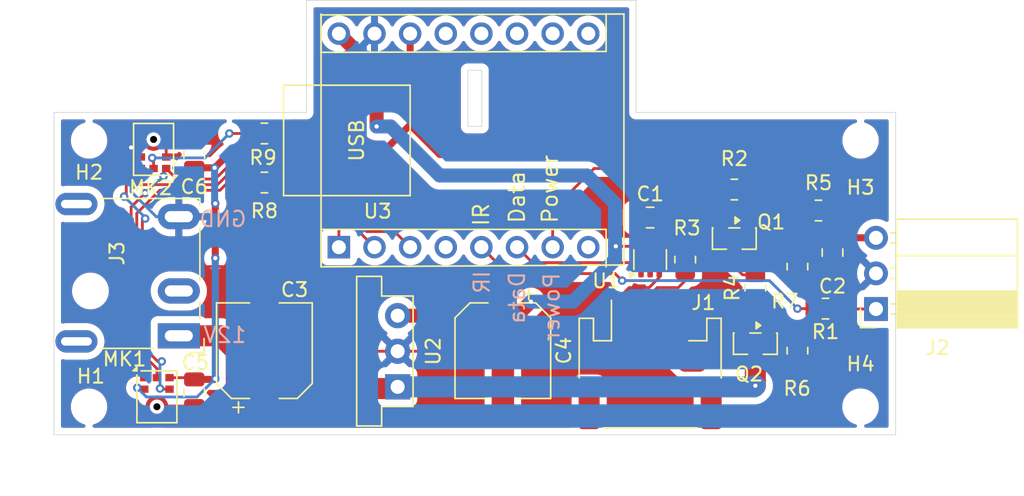
<source format=kicad_pcb>
(kicad_pcb
	(version 20241229)
	(generator "pcbnew")
	(generator_version "9.0")
	(general
		(thickness 1.6)
		(legacy_teardrops no)
	)
	(paper "A4")
	(layers
		(0 "F.Cu" signal)
		(2 "B.Cu" signal)
		(9 "F.Adhes" user "F.Adhesive")
		(11 "B.Adhes" user "B.Adhesive")
		(13 "F.Paste" user)
		(15 "B.Paste" user)
		(5 "F.SilkS" user "F.Silkscreen")
		(7 "B.SilkS" user "B.Silkscreen")
		(1 "F.Mask" user)
		(3 "B.Mask" user)
		(17 "Dwgs.User" user "User.Drawings")
		(19 "Cmts.User" user "User.Comments")
		(21 "Eco1.User" user "User.Eco1")
		(23 "Eco2.User" user "User.Eco2")
		(25 "Edge.Cuts" user)
		(27 "Margin" user)
		(31 "F.CrtYd" user "F.Courtyard")
		(29 "B.CrtYd" user "B.Courtyard")
		(35 "F.Fab" user)
		(33 "B.Fab" user)
		(39 "User.1" user)
		(41 "User.2" user)
		(43 "User.3" user)
		(45 "User.4" user)
	)
	(setup
		(pad_to_mask_clearance 0)
		(allow_soldermask_bridges_in_footprints no)
		(tenting front back)
		(pcbplotparams
			(layerselection 0x00000000_00000000_55555555_5755f5ff)
			(plot_on_all_layers_selection 0x00000000_00000000_00000000_00000000)
			(disableapertmacros no)
			(usegerberextensions no)
			(usegerberattributes yes)
			(usegerberadvancedattributes yes)
			(creategerberjobfile yes)
			(dashed_line_dash_ratio 12.000000)
			(dashed_line_gap_ratio 3.000000)
			(svgprecision 4)
			(plotframeref no)
			(mode 1)
			(useauxorigin no)
			(hpglpennumber 1)
			(hpglpenspeed 20)
			(hpglpendiameter 15.000000)
			(pdf_front_fp_property_popups yes)
			(pdf_back_fp_property_popups yes)
			(pdf_metadata yes)
			(pdf_single_document no)
			(dxfpolygonmode yes)
			(dxfimperialunits yes)
			(dxfusepcbnewfont yes)
			(psnegative no)
			(psa4output no)
			(plot_black_and_white yes)
			(sketchpadsonfab no)
			(plotpadnumbers no)
			(hidednponfab no)
			(sketchdnponfab yes)
			(crossoutdnponfab yes)
			(subtractmaskfromsilk no)
			(outputformat 1)
			(mirror no)
			(drillshape 1)
			(scaleselection 1)
			(outputdirectory "")
		)
	)
	(net 0 "")
	(net 1 "+5V")
	(net 2 "GND")
	(net 3 "Net-(J2-Pin_3)")
	(net 4 "+12V")
	(net 5 "+3.3V")
	(net 6 "DATA")
	(net 7 "12V_Switched")
	(net 8 "Net-(J2-Pin_1)")
	(net 9 "MIC_WS")
	(net 10 "Net-(MK1-SD)")
	(net 11 "MIC_SCK")
	(net 12 "Net-(MK2-SD)")
	(net 13 "LED_POWER")
	(net 14 "Net-(Q1-D)")
	(net 15 "Net-(Q2-G)")
	(net 16 "IR")
	(net 17 "Net-(R3-Pad2)")
	(net 18 "MIC_SD")
	(net 19 "LED_DATA")
	(net 20 "unconnected-(U1-Pad1)")
	(net 21 "unconnected-(U3-GPIO1-Pad1)")
	(net 22 "unconnected-(U3-GPIO8-Pad8)")
	(net 23 "unconnected-(U3-GPIO0-Pad0)")
	(net 24 "unconnected-(U3-GPIO21-Pad21)")
	(net 25 "unconnected-(U3-GPIO2-Pad2)")
	(net 26 "unconnected-(U3-GPIO3-Pad3)")
	(net 27 "unconnected-(U3-GPIO4-Pad4)")
	(footprint "Capacitor_SMD:C_0805_2012Metric" (layer "F.Cu") (at 142.5 34.5))
	(footprint "Connector_BarrelJack:BarrelJack_CUI_PJ-079BH_Horizontal" (layer "F.Cu") (at 108.9 42.9375 -90))
	(footprint "MountingHole:MountingHole_2.1mm" (layer "F.Cu") (at 102.5 48))
	(footprint "Converter_DCDC:Converter_DCDC_Murata_OKI-78SR_Vertical" (layer "F.Cu") (at 124.5 46.58 90))
	(footprint "Resistor_SMD:R_0805_2012Metric" (layer "F.Cu") (at 145 37.5 90))
	(footprint "Capacitor_SMD:C_0805_2012Metric" (layer "F.Cu") (at 110 30 90))
	(footprint "Package_TO_SOT_SMD:SOT-23" (layer "F.Cu") (at 148.5 36 -90))
	(footprint "Resistor_SMD:R_0805_2012Metric" (layer "F.Cu") (at 153 44 -90))
	(footprint "Sensor_Audio:InvenSense_ICS-43434-6_3.5x2.65mm" (layer "F.Cu") (at 107.3375 47.29))
	(footprint "Connector_JST:JST_PH_S3B-PH-SM4-TB_1x03-1MP_P2.00mm_Horizontal" (layer "F.Cu") (at 142.5 45))
	(footprint "Resistor_SMD:R_0805_2012Metric" (layer "F.Cu") (at 154.5 34 180))
	(footprint "Capacitor_SMD:CP_Elec_6.3x7.7" (layer "F.Cu") (at 115 44 90))
	(footprint "Resistor_SMD:R_0805_2012Metric" (layer "F.Cu") (at 153 38 90))
	(footprint "Resistor_SMD:R_0805_2012Metric" (layer "F.Cu") (at 115 28.5))
	(footprint "MountingHole:MountingHole_2.1mm" (layer "F.Cu") (at 102.5 29))
	(footprint "MountingHole:MountingHole_2.1mm" (layer "F.Cu") (at 157.5 48))
	(footprint "Package_TO_SOT_SMD:SOT-23" (layer "F.Cu") (at 150 43.5 -90))
	(footprint "Package_TO_SOT_SMD:SOT-353_SC-70-5" (layer "F.Cu") (at 142.5 37.5 90))
	(footprint "Capacitor_SMD:C_0805_2012Metric" (layer "F.Cu") (at 155.5 37 -90))
	(footprint "Resistor_SMD:R_0805_2012Metric" (layer "F.Cu") (at 148.5 32.5 180))
	(footprint "Capacitor_SMD:C_0805_2012Metric" (layer "F.Cu") (at 110 47 -90))
	(footprint "Resistor_SMD:R_0805_2012Metric" (layer "F.Cu") (at 115 32))
	(footprint "Resistor_SMD:R_0805_2012Metric" (layer "F.Cu") (at 155 41 180))
	(footprint "Capacitor_SMD:CP_Elec_6.3x5.4" (layer "F.Cu") (at 132 44 -90))
	(footprint "Resistor_SMD:R_0805_2012Metric" (layer "F.Cu") (at 150 39.5 90))
	(footprint "Connector_PinSocket_2.54mm:PinSocket_1x03_P2.54mm_Horizontal" (layer "F.Cu") (at 158.6 41.025 180))
	(footprint "Sensor_Audio:InvenSense_ICS-43434-6_3.5x2.65mm" (layer "F.Cu") (at 107.1 29.636 180))
	(footprint "ESP32-C3-SuperMini:ESP32_C3_Super_Mini" (layer "F.Cu") (at 120.31 36.615 90))
	(footprint "MountingHole:MountingHole_2.1mm" (layer "F.Cu") (at 157.5 29))
	(gr_line
		(start 129.5 28)
		(end 130.5 28)
		(stroke
			(width 0.05)
			(type default)
		)
		(layer "Edge.Cuts")
		(uuid "05ef78e6-04ae-44b4-a8a8-eb79d4c0e907")
	)
	(gr_line
		(start 129.5 28)
		(end 129.5 24)
		(stroke
			(width 0.05)
			(type default)
		)
		(layer "Edge.Cuts")
		(uuid "2457412d-2184-4006-88ff-61e1564ac069")
	)
	(gr_line
		(start 118 19)
		(end 141.5 19)
		(stroke
			(width 0.05)
			(type default)
		)
		(layer "Edge.Cuts")
		(uuid "2e69e76a-01cd-48a4-be53-75da5d02078d")
	)
	(gr_line
		(start 130.5 24)
		(end 129.5 24)
		(stroke
			(width 0.05)
			(type default)
		)
		(layer "Edge.Cuts")
		(uuid "342fae6f-e9ea-457a-9336-92d474e8f172")
	)
	(gr_line
		(start 160 27)
		(end 141.5 27)
		(stroke
			(width 0.05)
			(type default)
		)
		(layer "Edge.Cuts")
		(uuid "3bac50cc-cfdd-4b95-8e2b-9d6dce351330")
	)
	(gr_line
		(start 118 27)
		(end 118 19)
		(stroke
			(width 0.05)
			(type default)
		)
		(layer "Edge.Cuts")
		(uuid "64a67b31-e01f-4094-be34-e8e82c19e421")
	)
	(gr_line
		(start 100 50)
		(end 160 50)
		(stroke
			(width 0.05)
			(type default)
		)
		(layer "Edge.Cuts")
		(uuid "72fd05a0-8a3e-4ec3-bfc1-f13644cf9169")
	)
	(gr_line
		(start 130.5 28)
		(end 130.5 24)
		(stroke
			(width 0.05)
			(type default)
		)
		(layer "Edge.Cuts")
		(uuid "78ac70b2-806e-461b-b9c8-e92bed9f11de")
	)
	(gr_line
		(start 100 27)
		(end 118 27)
		(stroke
			(width 0.05)
			(type default)
		)
		(layer "Edge.Cuts")
		(uuid "ba16d200-3bdf-409e-aab7-c379c55b2c7e")
	)
	(gr_line
		(start 141.5 19)
		(end 141.5 27)
		(stroke
			(width 0.05)
			(type default)
		)
		(layer "Edge.Cuts")
		(uuid "c5f70d92-6e8b-490f-ad87-fed9d509e742")
	)
	(gr_line
		(start 100 27)
		(end 100 50)
		(stroke
			(width 0.05)
			(type default)
		)
		(layer "Edge.Cuts")
		(uuid "dc7f8b42-f4d2-48d4-9686-f855410b0772")
	)
	(gr_line
		(start 160 50)
		(end 160 27)
		(stroke
			(width 0.05)
			(type default)
		)
		(layer "Edge.Cuts")
		(uuid "e52ff787-e48a-46ef-9227-99ccdc892db9")
	)
	(gr_text "IR"
		(at 131.1 35.2 90)
		(layer "F.SilkS")
		(uuid "58f88f42-2700-4058-8dee-62e1a466c680")
		(effects
			(font
				(size 1.1 1.1)
				(thickness 0.15)
			)
			(justify left bottom)
		)
	)
	(gr_text "Data"
		(at 133.65 35 90)
		(layer "F.SilkS")
		(uuid "b355e603-acdf-4d34-9bef-c41f5b105d64")
		(effects
			(font
				(size 1.1 1.1)
				(thickness 0.15)
			)
			(justify left bottom)
		)
	)
	(gr_text "Power"
		(at 136 35 90)
		(layer "F.SilkS")
		(uuid "f8408a1d-38c5-4d33-b57a-8165811f0a8a")
		(effects
			(font
				(size 1.1 1.1)
				(thickness 0.15)
			)
			(justify left bottom)
		)
	)
	(gr_text "Power"
		(at 136.125 38.35 90)
		(layer "B.SilkS")
		(uuid "0e4d0068-9272-4df4-a97c-38ec8b1e511a")
		(effects
			(font
				(size 1.1 1.1)
				(thickness 0.15)
			)
			(justify left bottom mirror)
		)
	)
	(gr_text "GND"
		(at 113.825 35.25 0)
		(layer "B.SilkS")
		(uuid "2bde7891-a869-4148-a8bb-311f29042743")
		(effects
			(font
				(size 1.1 1.1)
				(thickness 0.15)
			)
			(justify left bottom mirror)
		)
	)
	(gr_text "IR"
		(at 131.15 38.2 90)
		(layer "B.SilkS")
		(uuid "4e538daf-5bbd-4346-a376-03149fa6e005")
		(effects
			(font
				(size 1.1 1.1)
				(thickness 0.15)
			)
			(justify left bottom mirror)
		)
	)
	(gr_text "12V"
		(at 113.8 43.525 -0)
		(layer "B.SilkS")
		(uuid "791bf097-3739-44dc-b85c-d440edd98632")
		(effects
			(font
				(size 1.1 1.1)
				(thickness 0.15)
			)
			(justify left bottom mirror)
		)
	)
	(gr_text "Data"
		(at 133.65 38.275 90)
		(layer "B.SilkS")
		(uuid "e832d5d3-19e9-4965-b995-82f2f8bbc165")
		(effects
			(font
				(size 1.1 1.1)
				(thickness 0.15)
			)
			(justify left bottom mirror)
		)
	)
	(segment
		(start 141.55 35.35)
		(end 141.55 34.5)
		(width 0.2)
		(layer "F.Cu")
		(net 1)
		(uuid "294956b7-f15c-48c6-9778-8281aa38ad55")
	)
	(segment
		(start 127.3 41.2)
		(end 127 41.5)
		(width 1)
		(layer "F.Cu")
		(net 1)
		(uuid "321dbd85-5777-4514-86bc-367fec3678df")
	)
	(segment
		(start 141.85 36.55)
		(end 140.05 36.55)
		(width 0.2)
		(layer "F.Cu")
		(net 1)
		(uuid "3453a086-e8b1-40ad-8ff2-a750cb8346c8")
	)
	(segment
		(start 132 41.2)
		(end 127.3 41.2)
		(width 1)
		(layer "F.Cu")
		(net 1)
		(uuid "35bedd75-6b29-4af4-8c6a-bacd7687befa")
	)
	(segment
		(start 140.05 36.55)
		(end 140 36.5)
		(width 0.2)
		(layer "F.Cu")
		(net 1)
		(uuid "369ddbbe-405e-47e6-a3d8-3513e2e7af21")
	)
	(segment
		(start 127 41.5)
		(end 124.5 41.5)
		(width 1)
		(layer "F.Cu")
		(net 1)
		(uuid "3aff8e2c-1d46-4722-b61a-ed65fd3bb492")
	)
	(segment
		(start 133.3 41.2)
		(end 134 40.5)
		(width 1)
		(layer "F.Cu")
		(net 1)
		(uuid "80353118-9122-4067-bdfc-f9ddcf1b70da")
	)
	(segment
		(start 132 41.2)
		(end 133.3 41.2)
		(width 1)
		(layer "F.Cu")
		(net 1)
		(uuid "8d11f6d0-fbcd-4d56-bb5d-932cc21fbbb3")
	)
	(segment
		(start 123 28)
		(end 123 24.065)
		(width 1)
		(layer "F.Cu")
		(net 1)
		(uuid "af1d827e-dda5-43de-adb9-7cee39d825f1")
	)
	(segment
		(start 141.85 35.65)
		(end 141.55 35.35)
		(width 0.2)
		(layer "F.Cu")
		(net 1)
		(uuid "c169b084-49d5-427a-8ce2-8b13b5b033b0")
	)
	(segment
		(start 123 24.065)
		(end 120.31 21.375)
		(width 1)
		(layer "F.Cu")
		(net 1)
		(uuid "c411fdfb-b073-4e54-813d-f41f22fd606f")
	)
	(segment
		(start 141.85 36.55)
		(end 141.85 35.65)
		(width 0.2)
		(layer "F.Cu")
		(net 1)
		(uuid "db0b4c17-04fa-4122-9281-f474033675de")
	)
	(via
		(at 134 40.5)
		(size 0.6)
		(drill 0.3)
		(layers "F.Cu" "B.Cu")
		(net 1)
		(uuid "a521b090-2f8e-4c5e-b6e1-84b4970b5519")
	)
	(via
		(at 123 28)
		(size 0.6)
		(drill 0.3)
		(layers "F.Cu" "B.Cu")
		(net 1)
		(uuid "dae77e67-8e5f-4ae8-a01a-8a39eeb4dc05")
	)
	(via
		(at 140.05 36.55)
		(size 0.6)
		(drill 0.3)
		(layers "F.Cu" "B.Cu")
		(net 1)
		(uuid "eeeac614-88c1-4415-854d-af22b0c9b2ff")
	)
	(segment
		(start 124 28)
		(end 123 28)
		(width 1)
		(layer "B.Cu")
		(net 1)
		(uuid "02c69407-3af2-456b-a350-daa54671dad2")
	)
	(segment
		(start 140 33.5)
		(end 140 36.5)
		(width 1)
		(layer "B.Cu")
		(net 1)
		(uuid "211b24a9-9cb3-4787-8b2c-89a576df522d")
	)
	(segment
		(start 140 37.5)
		(end 137 40.5)
		(width 1)
		(layer "B.Cu")
		(net 1)
		(uuid "32711404-8698-4327-acbf-736e2b4a1994")
	)
	(segment
		(start 137 40.5)
		(end 134 40.5)
		(width 1)
		(layer "B.Cu")
		(net 1)
		(uuid "33363254-d37b-4d5b-a8bd-ed8d7298b737")
	)
	(segment
		(start 127.5 31.5)
		(end 124 28)
		(width 1)
		(layer "B.Cu")
		(net 1)
		(uuid "4d88c0d5-8658-403a-922a-e49454eb13de")
	)
	(segment
		(start 138 31.5)
		(end 140 33.5)
		(width 1)
		(layer "B.Cu")
		(net 1)
		(uuid "7300c871-991b-4d5e-ba87-33b1a22b9e81")
	)
	(segment
		(start 140 36.5)
		(end 140 37.5)
		(width 1)
		(layer "B.Cu")
		(net 1)
		(uuid "95af65d4-05a8-47d4-b0a1-da8cb70175e2")
	)
	(segment
		(start 127.5 31.5)
		(end 138 31.5)
		(width 1)
		(layer "B.Cu")
		(net 1)
		(uuid "f33b5eb8-2e8e-4bd6-8220-4a72625def5a")
	)
	(segment
		(start 110 27.601)
		(end 110 29.05)
		(width 0.2)
		(layer "F.Cu")
		(net 2)
		(uuid "02250283-66c0-4f37-986a-49557ca1074b")
	)
	(segment
		(start 142.88113 35.924)
		(end 142.649 36.15613)
		(width 0.2)
		(layer "F.Cu")
		(net 2)
		(uuid "0305c85c-c680-4565-9222-8c5c5fe9a2ce")
	)
	(segment
		(start 143.15 38.45)
		(end 143.15 37.501)
		(width 0.2)
		(layer "F.Cu")
		(net 2)
		(uuid "05dcabbd-9e09-49b5-8e67-61a772eb7cd3")
	)
	(segment
		(start 124.5 44.04)
		(end 115.54 44.04)
		(width 0.2)
		(layer "F.Cu")
		(net 2)
		(uuid "1c3ceba9-a665-42b4-88d2-1c89202a2a62")
	)
	(segment
		(start 110 29.05)
		(end 108.45 29.05)
		(width 0.2)
		(layer "F.Cu")
		(net 2)
		(uuid "1e271c6f-ca0d-4893-9515-28ec098d61b2")
	)
	(segment
		(start 105.5 28.5)
		(end 105.5 28)
		(width 0.2)
		(layer "F.Cu")
		(net 2)
		(uuid "22c30dd7-ead3-466a-83b8-92a253c6204b")
	)
	(segment
		(start 108.45 29.05)
		(end 108 29.5)
		(width 0.2)
		(layer "F.Cu")
		(net 2)
		(uuid "243a019b-af91-4d72-b6e8-f8f8de4e3ef7")
	)
	(segment
		(start 115.54 44.04)
		(end 115 43.5)
		(width 0.2)
		(layer "F.Cu")
		(net 2)
		(uuid "2d9b984e-ec4b-4524-82c1-f8cf1d1dc8c9")
	)
	(segment
		(start 105.926 28.926)
		(end 105.5 28.5)
		(width 0.2)
		(layer "F.Cu")
		(net 2)
		(uuid "301ee5d7-60ae-48f8-8714-9b34559eb6c0")
	)
	(segment
		(start 147.5875 32.5)
		(end 147.5875 35.025)
		(width 0.2)
		(layer "F.Cu")
		(net 2)
		(uuid "3043b064-267e-4acf-a7ca-a9631cdda324")
	)
	(segment
		(start 146 34.5)
		(end 143.45 34.5)
		(width 0.2)
		(layer "F.Cu")
		(net 2)
		(uuid "395a7c28-3656-46c8-b6a0-232ceffbc404")
	)
	(segment
		(start 110 47.95)
		(end 108.05 47.95)
		(width 0.2)
		(layer "F.Cu")
		(net 2)
		(uuid "3e24f3b0-1bf1-4256-9520-9389a03dd757")
	)
	(segment
		(start 126.94 44.04)
		(end 129.7 46.8)
		(width 0.2)
		(layer "F.Cu")
		(net 2)
		(uuid "42aa7b2b-6524-42b3-acc9-5288a5478e78")
	)
	(segment
		(start 143.026 35.924)
		(end 143.45 35.5)
		(width 0.2)
		(layer "F.Cu")
		(net 2)
		(uuid "481ef29f-ee63-43be-b98b-cb5ba57b6d25")
	)
	(segment
		(start 143.45 35.5)
		(end 143.45 34.5)
		(width 0.2)
		(layer "F.Cu")
		(net 2)
		(uuid "51d3eeda-0352-4d55-aa65-cfd1d8903461")
	)
	(segment
		(start 136.5 45.5)
		(end 140 45.5)
		(width 0.2)
		(layer "F.Cu")
		(net 2)
		(uuid "5b9df24e-ca44-4b52-ae50-4257fbaa8683")
	)
	(segment
		(start 111.95 47.95)
		(end 113 49)
		(width 0.2)
		(layer "F.Cu")
		(net 2)
		(uuid "5f3e2e43-18e5-4bec-9153-303ee5af40f5")
	)
	(segment
		(start 143.026 35.924)
		(end 142.88113 35.924)
		(width 0.2)
		(layer "F.Cu")
		(net 2)
		(uuid "63f320f2-6374-4a33-bcd5-dd59f857e029")
	)
	(segment
		(start 105.5 28.5)
		(end 105.5 29.5)
		(width 0.2)
		(layer "F.Cu")
		(net 2)
		(uuid "65a708b9-a9b8-4d23-a162-0a2bf9c6b918")
	)
	(segment
		(start 143.15 38.774999)
		(end 142.424999 39.5)
		(width 0.2)
		(layer "F.Cu")
		(net 2)
		(uuid "67d4da5f-0670-4aa5-888a-60c6bf55f782")
	)
	(segment
		(start 115 41.3)
		(end 115 43.5)
		(width 0.2)
		(layer "F.Cu")
		(net 2)
		(uuid "6e245632-8c56-421f-aab2-b48c0b4a8b88")
	)
	(segment
		(start 140.5 45)
		(end 140.5 42.15)
		(width 0.2)
		(layer "F.Cu")
		(net 2)
		(uuid "6e90a1cc-81d8-4276-9ac7-55dfdc1a72a0")
	)
	(segment
		(start 147.55 35.0625)
		(end 146.5625 35.0625)
		(width 0.2)
		(layer "F.Cu")
		(net 2)
		(uuid "7715cd4d-653f-4acc-af3f-1c5450fd3498")
	)
	(segment
		(start 143.15 38.45)
		(end 143.15 38.774999)
		(width 0.2)
		(layer "F.Cu")
		(net 2)
		(uuid "7a711ff8-58c9-4e84-a589-c2517a4de55d")
	)
	(segment
		(start 113 49)
		(end 127.5 49)
		(width 0.2)
		(layer "F.Cu")
		(net 2)
		(uuid "7d010196-6814-4d94-bbc4-4fd424ea7864")
	)
	(segment
		(start 105.899 27.601)
		(end 110 27.601)
		(width 0.2)
		(layer "F.Cu")
		(net 2)
		(uuid "8109428b-3fac-45d6-835d-443b2207a646")
	)
	(segment
		(start 135.2 46.8)
		(end 136.5 45.5)
		(width 0.2)
		(layer "F.Cu")
		(net 2)
		(uuid "8435212f-d492-44ce-a175-9071a844dc7d")
	)
	(segment
		(start 146.5625 35.0625)
		(end 146 34.5)
		(width 0.2)
		(layer "F.Cu")
		(net 2)
		(uuid "89365eea-6f70-441f-8dd5-dfa9b7663fc9")
	)
	(segment
		(start 108.9 36.4)
		(end 110.5 38)
		(width 0.2)
		(layer "F.Cu")
		(net 2)
		(uuid "8a090dd6-ee27-4c37-b8d7-99d38a5ab84f")
	)
	(segment
		(start 110.5 38)
		(end 115 38)
		(width 0.2)
		(layer "F.Cu")
		(net 2)
		(uuid "99c5ebfb-be28-48bc-addc-be7bd3f7cf29")
	)
	(segment
		(start 115 38)
		(end 115 41.3)
		(width 0.2)
		(layer "F.Cu")
		(net 2)
		(uuid "9dee00ac-6613-46e7-924f-a68b0419e237")
	)
	(segment
		(start 106.4375 28.926)
		(end 105.926 28.926)
		(width 0.2)
		(layer "F.Cu")
		(net 2)
		(uuid "9eaec44e-63bb-4421-ad45-d648ddc846a8")
	)
	(segment
		(start 124.5 44.04)
		(end 126.94 44.04)
		(width 0.2)
		(layer "F.Cu")
		(net 2)
		(uuid "a0904615-ca68-4cae-88d9-0635d2f02a83")
	)
	(segment
		(start 105.5 28)
		(end 105.899 27.601)
		(width 0.2)
		(layer "F.Cu")
		(net 2)
		(uuid "a1542e0f-85c3-485e-8c25-dfa3e9a3246d")
	)
	(segment
		(start 108.9 34.4375)
		(end 108.9 36.4)
		(width 0.2)
		(layer "F.Cu")
		(net 2)
		(uuid "a49c15b3-05df-4746-b89d-12a6e284d6e2")
	)
	(segment
		(start 132 46.8)
		(end 135.2 46.8)
		(width 0.2)
		(layer "F.Cu")
		(net 2)
		(uuid "a6025ed8-583e-450b-9a63-25e51b22d3d6")
	)
	(segment
		(start 129.7 46.8)
		(end 132 46.8)
		(width 0.2)
		(layer "F.Cu")
		(net 2)
		(uuid "aaf0ae10-2bed-4825-b24c-8b50e7ac1dd5")
	)
	(segment
		(start 110 47.95)
		(end 111.95 47.95)
		(width 0.2)
		(layer "F.Cu")
		(net 2)
		(uuid "aeddc613-05e4-4200-8c04-a01324cf5754")
	)
	(segment
		(start 143.15 37.501)
		(end 142.649 37)
		(width 0.2)
		(layer "F.Cu")
		(net 2)
		(uuid "c31d0389-f083-40bf-91df-e908604809bb")
	)
	(segment
		(start 142.424999 39.5)
		(end 141 39.5)
		(width 0.2)
		(layer "F.Cu")
		(net 2)
		(uuid "c6e87f4f-115c-4273-a015-12ede82a5024")
	)
	(segment
		(start 108.05 47.95)
		(end 108 48)
		(width 0.2)
		(layer "F.Cu")
		(net 2)
		(uuid "dba56f4f-02a8-4807-98f2-0c3063e15ac5")
	)
	(segment
		(start 147.5875 35.025)
		(end 147.55 35.0625)
		(width 0.2)
		(layer "F.Cu")
		(net 2)
		(uuid "e528a6eb-6f73-4f23-a218-710c026ab46b")
	)
	(segment
		(start 140 45.5)
		(end 140.5 45)
		(width 0.2)
		(layer "F.Cu")
		(net 2)
		(uuid "e683a09c-dea3-4a4b-a9d1-31832553a0bb")
	)
	(segment
		(start 140.5 40)
		(end 140.5 42.15)
		(width 0.2)
		(layer "F.Cu")
		(net 2)
		(uuid "e74a8a77-b7a5-46c5-b1eb-d9e3dd6489a0")
	)
	(segment
		(start 141 39.5)
		(end 140.5 40)
		(width 0.2)
		(layer "F.Cu")
		(net 2)
		(uuid "ed1af17f-057d-4bb5-862e-776d2a0b0a45")
	)
	(segment
		(start 142.649 37)
		(end 142.649 36.15613)
		(width 0.2)
		(layer "F.Cu")
		(net 2)
		(uuid "f1460f8e-ead1-4647-9fab-c40e351ceeec")
	)
	(segment
		(start 127.5 49)
		(end 129.7 46.8)
		(width 0.2)
		(layer "F.Cu")
		(net 2)
		(uuid "f5511c79-20d7-4b23-947e-3d4276643d44")
	)
	(segment
		(start 108 29.5)
		(end 108 30.178)
		(width 0.2)
		(layer "F.Cu")
		(net 2)
		(uuid "fdd0aa26-3f04-4770-8f2b-2b0ae8992460")
	)
	(via
		(at 105.5 29.5)
		(size 0.6)
		(drill 0.3)
		(layers "F.Cu" "B.Cu")
		(net 2)
		(uuid "f5ea31a8-8454-41fd-98b2-c40ab3daecc3")
	)
	(segment
		(start 112.5 34.5)
		(end 112.4375 34.4375)
		(width 0.5)
		(layer "B.Cu")
		(net 2)
		(uuid "26eeca36-b244-465a-92e0-0a71409165a5")
	)
	(segment
		(start 105.5 32.650057)
		(end 107.287443 34.4375)
		(width 0.2)
		(layer "B.Cu")
		(net 2)
		(uuid "33d024d9-688c-4dd0-9c15-704f87053d20")
	)
	(segment
		(start 122.85 21.375)
		(end 122.049 22.176)
		(width 0.5)
		(layer "B.Cu")
		(net 2)
		(uuid "72b92b41-bd8b-4215-976b-4f1969502c99")
	)
	(segment
		(start 122.049 22.176)
		(end 122.049 30.451)
		(width 0.5)
		(layer "B.Cu")
		(net 2)
		(uuid "8405c4c2-075e-48f7-859a-f57a91435c70")
	)
	(segment
		(start 118 34.5)
		(end 112.5 34.5)
		(width 0.5)
		(layer "B.Cu")
		(net 2)
		(uuid "98c57d8b-faa9-4775-bb7d-32be86650cfe")
	)
	(segment
		(start 112.4375 34.4375)
		(end 108.9 34.4375)
		(width 0.5)
		(layer "B.Cu")
		(net 2)
		(uuid "bf6cd65c-b26c-49d5-9fde-93f21f052a12")
	)
	(segment
		(start 105.5 29.5)
		(end 105.5 32.650057)
		(width 0.2)
		(layer "B.Cu")
		(net 2)
		(uuid "d576530d-0dd6-49f8-a09a-311fc2737bff")
	)
	(segment
		(start 122.049 30.451)
		(end 118 34.5)
		(width 0.5)
		(layer "B.Cu")
		(net 2)
		(uuid "db8ea3ff-e4e8-4b55-a335-cf42532a1cc0")
	)
	(segment
		(start 107.287443 34.4375)
		(end 108.9 34.4375)
		(width 0.2)
		(layer "B.Cu")
		(net 2)
		(uuid "fc1358bd-134b-423c-9c64-bc05bc57bca3")
	)
	(segment
		(start 158.6 35.945)
		(end 155.605 35.945)
		(width 0.5)
		(layer "F.Cu")
		(net 3)
		(uuid "10aa0702-9fa1-42fb-84e8-de883ca84351")
	)
	(segment
		(start 155.4125 34)
		(end 155.4125 35.9625)
		(width 0.5)
		(layer "F.Cu")
		(net 3)
		(uuid "7e26ec47-cc5b-4f06-939a-55b860542155")
	)
	(segment
		(start 155.4125 35.9625)
		(end 155.5 36.05)
		(width 0.5)
		(layer "F.Cu")
		(net 3)
		(uuid "9e9c5648-c7d9-46ce-a8bf-10b9ad0a1a75")
	)
	(segment
		(start 155.605 35.945)
		(end 155.5 36.05)
		(width 0.5)
		(layer "F.Cu")
		(net 3)
		(uuid "b1ac081c-485f-4a05-8763-332f0a576775")
	)
	(segment
		(start 114.8 46.5)
		(end 115 46.7)
		(width 1.5)
		(layer "F.Cu")
		(net 4)
		(uuid "1630e96e-8f8b-4cb7-8bfc-5adb2ece4447")
	)
	(segment
		(start 111.9 42.9375)
		(end 113 44.0375)
		(width 1.5)
		(layer "F.Cu")
		(net 4)
		(uuid "2f1e000d-bf04-491c-bcdc-3ac8be891fcd")
	)
	(segment
		(start 115 46.7)
		(end 124.38 46.7)
		(width 1.5)
		(layer "F.Cu")
		(net 4)
		(uuid "384dbdc9-4173-4941-8f4f-8c815a9b60d3")
	)
	(segment
		(start 150.475 44.9125)
		(end 150 44.4375)
		(width 0.5)
		(layer "F.Cu")
		(net 4)
		(uuid "3bebca31-94da-4cc1-b4de-75524a33277a")
	)
	(segment
		(start 108.9 42.9375)
		(end 111.9 42.9375)
		(width 1.5)
		(layer "F.Cu")
		(net 4)
		(uuid "577f96f2-e8b5-4fbb-8b4d-76089efbcc66")
	)
	(segment
		(start 124.38 46.7)
		(end 124.5 46.58)
		(width 1.5)
		(layer "F.Cu")
		(net 4)
		(uuid "9a9ece8c-ca33-4a76-9d9b-180e0937f761")
	)
	(segment
		(start 113 44.0375)
		(end 113 46.5)
		(width 1.5)
		(layer "F.Cu")
		(net 4)
		(uuid "ac566aa2-5261-40c5-935f-a6f3988bac49")
	)
	(segment
		(start 113 46.5)
		(end 114.8 46.5)
		(width 1.5)
		(layer "F.Cu")
		(net 4)
		(uuid "d340abcb-78fe-4fec-ab7d-bcc2463b024b")
	)
	(segment
		(start 153 44.9125)
		(end 150.475 44.9125)
		(width 0.5)
		(layer "F.Cu")
		(net 4)
		(uuid "f2a63ee3-c9fd-4181-b689-08b192710917")
	)
	(segment
		(start 150 46.5)
		(end 150 44.4375)
		(width 1.5)
		(layer "F.Cu")
		(net 4)
		(uuid "f431361d-affc-44f6-a9d9-585fcd5406b5")
	)
	(via
		(at 150 46.5)
		(size 0.6)
		(drill 0.3)
		(layers "F.Cu" "B.Cu")
		(net 4)
		(uuid "623734b4-7195-456a-be6f-39d55b267660")
	)
	(segment
		(start 149.92 46.58)
		(end 150 46.5)
		(width 1.5)
		(layer "B.Cu")
		(net 4)
		(uuid "0bcf7087-e2e7-43b0-a4a6-d20d78cf7c62")
	)
	(segment
		(start 124.5 46.58)
		(end 149.92 46.58)
		(width 1.5)
		(layer "B.Cu")
		(net 4)
		(uuid "af3cae63-e0b5-4e6b-b4d3-d1375280a83c")
	)
	(segment
		(start 153.5875 33.0875)
		(end 153.5875 34)
		(width 0.5)
		(layer "F.Cu")
		(net 5)
		(uuid "0517a1ca-4afd-40a6-9e1a-8c2bc7e174c0")
	)
	(segment
		(start 108.2375 45.926)
		(end 109.876 45.926)
		(width 0.2)
		(layer "F.Cu")
		(net 5)
		(uuid "061dfec0-6797-41e8-b279-31c9adf14e9f")
	)
	(segment
		(start 125.39 23)
		(end 125.39 24.11)
		(width 0.5)
		(layer "F.Cu")
		(net 5)
		(uuid "13297534-ca9b-44f4-a85f-f6e3d101c1c4")
	)
	(segment
		(start 106.039623 46.748)
		(end 105.9364 46.644777)
		(width 0.2)
		(layer "F.Cu")
		(net 5)
		(uuid "13a7d5ef-46cf-402e-aaa8-f10b41b09824")
	)
	(segment
		(start 111.45 46.05)
		(end 111.5 46)
		(width 0.5)
		(layer "F.Cu")
		(net 5)
		(uuid "1933d46e-ff6c-47e9-a5a0-d28109b7bc95")
	)
	(segment
		(start 109.876 45.926)
		(end 110 46.05)
		(width 0.2)
		(layer "F.Cu")
		(net 5)
		(uuid "1a8f81ae-21d8-4b4b-8d41-d9e91e3883ce")
	)
	(segment
		(start 139.5 30)
		(end 142.5 30)
		(width 0.5)
		(layer "F.Cu")
		(net 5)
		(uuid "1fc5334f-af23-4a47-8749-fa5b8dc5f51c")
	)
	(segment
		(start 142.5 30)
		(end 150.5 30)
		(width 0.5)
		(layer "F.Cu")
		(net 5)
		(uuid "23b5e765-5b3c-49dd-a588-a4c792f2a158")
	)
	(segment
		(start 125.39 27.89)
		(end 125.39 23)
		(width 0.5)
		(layer "F.Cu")
		(net 5)
		(uuid "3f4c750a-33bd-477b-85ad-2e7ec1277b74")
	)
	(segment
		(start 111.5 33.5)
		(end 111.5 37.4)
		(width 0.5)
		(layer "F.Cu")
		(net 5)
		(uuid "3ffd58f6-e481-436b-8f3d-a6cc5c984a86")
	)
	(segment
		(start 142.5 30)
		(end 127.5 30)
		(width 0.5)
		(layer "F.Cu")
		(net 5)
		(uuid "5e07f193-bea7-41e2-8f77-d8b7d8bc307e")
	)
	(segment
		(start 110 46.05)
		(end 111.45 46.05)
		(width 0.5)
		(layer "F.Cu")
		(net 5)
		(uuid "6dd629dd-194e-43b5-821e-23616fde497c")
	)
	(segment
		(start 150.5 30)
		(end 153.5875 33.0875)
		(width 0.5)
		(layer "F.Cu")
		(net 5)
		(uuid "7138cbd2-9966-4c98-ad55-fd6135ddc878")
	)
	(segment
		(start 153.5875 35.4125)
		(end 153.5875 34)
		(width 0.5)
		(layer "F.Cu")
		(net 5)
		(uuid "84a64a2f-1634-47a8-996c-315bb2cddea5")
	)
	(segment
		(start 111.451235 30.951235)
		(end 110.001235 30.951235)
		(width 0.5)
		(layer "F.Cu")
		(net 5)
		(uuid "9c4ff0e7-46b5-44c5-a9d6-cc9f8f377a4f")
	)
	(segment
		(start 106.4375 46.748)
		(end 106.039623 46.748)
		(width 0.2)
		(layer "F.Cu")
		(net 5)
		(uuid "9cc3e19d-1e86-482c-9a4f-453c5a14b6dc")
	)
	(segment
		(start 127.5 30)
		(end 125.39 27.89)
		(width 0.5)
		(layer "F.Cu")
		(net 5)
		(uuid "a0302aee-6afb-419a-ad24-678e4368d913")
	)
	(segment
		(start 125.39 27.89)
		(end 123.233 30.047)
		(width 0.5)
		(layer "F.Cu")
		(net 5)
		(uuid "ce87c455-54dd-49cf-87fb-afb7d1e74285")
	)
	(segment
		(start 123.233 30.047)
		(end 119 30.047)
		(width 0.5)
		(layer "F.Cu")
		(net 5)
		(uuid "cebede72-6f7b-4b2b-8866-8205288d98e9")
	)
	(segment
		(start 119.453 30.047)
		(end 119 30.047)
		(width 0.5)
		(layer "F.Cu")
		(net 5)
		(uuid "d2dc8a26-27f0-48ab-9f3e-c773867008c5")
	)
	(segment
		(start 153 36)
		(end 153.5875 35.4125)
		(width 0.5)
		(layer "F.Cu")
		(net 5)
		(uuid "d382d8d5-7c31-4122-bc97-33f8d837a081")
	)
	(segment
		(start 110.001235 30.951235)
		(end 110 30.95)
		(width 0.5)
		(layer "F.Cu")
		(net 5)
		(uuid "d80bbf19-26f1-496c-835f-6ad073a7eeaf")
	)
	(segment
		(start 119 30.047)
		(end 112.35547 30.047)
		(width 0.5)
		(layer "F.Cu")
		(net 5)
		(uuid "e3d4d6f0-ea74-4ed7-ae4e-27e394b053e5")
	)
	(segment
		(start 112.35547 30.047)
		(end 111.451235 30.951235)
		(width 0.5)
		(layer "F.Cu")
		(net 5)
		(uuid "e8cbab0a-ed32-4acd-8a1b-b9e276422074")
	)
	(segment
		(start 125.39 21.375)
		(end 125.39 23)
		(width 0.5)
		(layer "F.Cu")
		(net 5)
		(uuid "ea997cdf-d4d0-4c5b-95c2-7cf329b1ebf0")
	)
	(segment
		(start 153 37.0875)
		(end 153 36)
		(width 0.5)
		(layer "F.Cu")
		(net 5)
		(uuid "f05443d2-60e2-4d4f-b7a4-d232ae587334")
	)
	(via
		(at 111.5 33.5)
		(size 0.6)
		(drill 0.3)
		(layers "F.Cu" "B.Cu")
		(net 5)
		(uuid "1bcde028-2f52-4641-9198-ac4b643227b9")
	)
	(via
		(at 111.451235 30.951235)
		(size 0.6)
		(drill 0.3)
		(layers "F.Cu" "B.Cu")
		(net 5)
		(uuid "26fd1a86-12be-42ea-a2d5-cb953391d9d1")
	)
	(via
		(at 105.9364 46.644777)
		(size 0.6)
		(drill 0.3)
		(layers "F.Cu" "B.Cu")
		(net 5)
		(uuid "7f5a10df-eaee-4b9c-9542-d02b2260c32d")
	)
	(via
		(at 111.5 37.4)
		(size 0.6)
		(drill 0.3)
		(layers "F.Cu" "B.Cu")
		(net 5)
		(uuid "9097a3cf-b5b2-4f94-8b1e-f729a276be47")
	)
	(via
		(at 111.5 46)
		(size 0.6)
		(drill 0.3)
		(layers "F.Cu" "B.Cu")
		(net 5)
		(uuid "a588d1c3-ad75-4326-9412-f52c35e1b6e3")
	)
	(segment
		(start 111.5 46)
		(end 111.451235 45.951235)
		(width 0.5)
		(layer "B.Cu")
		(net 5)
		(uuid "347e8b02-a930-4e4c-9ccc-ca99f116f340")
	)
	(segment
		(start 111.451235 33.451235)
		(end 111.5 33.5)
		(width 0.5)
		(layer "B.Cu")
		(net 5)
		(uuid "3d5cacf3-79bb-4d0b-b8c7-24c3aec23112")
	)
	(segment
		(start 106.593471 47.301848)
		(end 110.198152 47.301848)
		(width 0.2)
		(layer "B.Cu")
		(net 5)
		(uuid "6ea26a8e-850b-42be-a01f-e763c7e04437")
	)
	(segment
		(start 111.5 37.4)
		(end 111.5 46)
		(width 0.5)
		(layer "B.Cu")
		(net 5)
		(uuid "7cb621d7-3b6c-41f0-a718-9e9694e34a5b")
	)
	(segment
		(start 110.198152 47.301848)
		(end 111.5 46)
		(width 0.2)
		(layer "B.Cu")
		(net 5)
		(uuid "814b1175-49d4-4d12-8d11-320e92fdda28")
	)
	(segment
		(start 111.451235 30.951235)
		(end 111.451235 33.451235)
		(width 0.5)
		(layer "B.Cu")
		(net 5)
		(uuid "82e7f453-d61d-46dc-9db4-acf43f069646")
	)
	(segment
		(start 105.9364 46.644777)
		(end 106.593471 47.301848)
		(width 0.2)
		(layer "B.Cu")
		(net 5)
		(uuid "db91b430-611b-47c6-a352-3b2d21af979b")
	)
	(segment
		(start 142.5 42.15)
		(end 142.5 40)
		(width 0.2)
		(layer "F.Cu")
		(net 6)
		(uuid "06657f0b-5ab8-48c9-89f2-4ea5a5873842")
	)
	(segment
		(start 145 39)
		(end 145 38.4125)
		(width 0.2)
		(layer "F.Cu")
		(net 6)
		(uuid "141328a6-144f-4714-a74f-329ee603f10f")
	)
	(segment
		(start 143 39.5)
		(end 144.5 39.5)
		(width 0.2)
		(layer "F.Cu")
		(net 6)
		(uuid "1cb26c45-29bb-4a62-bcb5-cb03b78d2df2")
	)
	(segment
		(start 144.5 39.5)
		(end 145 39)
		(width 0.2)
		(layer "F.Cu")
		(net 6)
		(uuid "7380112e-3c89-43f2-8c60-df03d5340227")
	)
	(segment
		(start 143 39.5)
		(end 142.5 40)
		(width 0.2)
		(layer "F.Cu")
		(net 6)
		(uuid "f8e56171-d67c-414a-bb48-44d532c23b17")
	)
	(segment
		(start 146 45)
		(end 145 45)
		(width 1)
		(layer "F.Cu")
		(net 7)
		(uuid "20090819-b1b2-464a-bc91-52afa4243dfc")
	)
	(segment
		(start 145 45)
		(end 144.5 44.5)
		(width 1)
		(layer "F.Cu")
		(net 7)
		(uuid "43131f37-4a26-4f5b-80ad-6c848afe5504")
	)
	(segment
		(start 149.05 42.5625)
		(end 147.4375 42.5625)
		(width 1)
		(layer "F.Cu")
		(net 7)
		(uuid "542fb501-435e-48d5-ae70-4941f8558ffb")
	)
	(segment
		(start 146.5 44.5)
		(end 146 45)
		(width 1)
		(layer "F.Cu")
		(net 7)
		(uuid "7bf252b8-e408-44fd-b561-97f048ae94b8")
	)
	(segment
		(start 146.5 43.5)
		(end 146.5 44.5)
		(width 1)
		(layer "F.Cu")
		(net 7)
		(uuid "d175d159-4351-4b30-852d-e0e23f154e60")
	)
	(segment
		(start 147.4375 42.5625)
		(end 146.5 43.5)
		(width 1)
		(layer "F.Cu")
		(net 7)
		(uuid "d60dc179-e214-40b1-ab54-da81a7f9cd28")
	)
	(segment
		(start 144.5 44.5)
		(end 144.5 42.15)
		(width 1)
		(layer "F.Cu")
		(net 7)
		(uuid "eab95a43-a2d0-49a0-aa50-1ed7554e19b3")
	)
	(segment
		(start 158.6 41.025)
		(end 155.9375 41.025)
		(width 0.2)
		(layer "F.Cu")
		(net 8)
		(uuid "5383add1-bbb1-4cc5-b511-edb2ba89967b")
	)
	(segment
		(start 155.9375 41.025)
		(end 155.9125 41)
		(width 0.2)
		(layer "F.Cu")
		(net 8)
		(uuid "8573a878-8db4-4e9a-bcd2-b1a0e78d242f")
	)
	(segment
		(start 117.17626 31.198)
		(end 119.8322 31.198)
		(width 0.2)
		(layer "F.Cu")
		(net 9)
		(uuid "145cb139-422c-4d2f-8d41-4d43bf313d1f")
	)
	(segment
		(start 116.57626 30.598)
		(end 117.17626 31.198)
		(width 0.2)
		(layer "F.Cu")
		(net 9)
		(uuid "1a10567a-1b70-41ca-9564-b15630c498d6")
	)
	(segment
		(start 124.275 35.5)
		(end 125.39 36.615)
		(width 0.2)
		(layer "F.Cu")
		(net 9)
		(uuid "1c927a1e-5e7a-473f-abbb-5ce0f1ae33a5")
	)
	(segment
		(start 106.4375 45.926)
		(end 106.4375 44.9375)
		(width 0.2)
		(layer "F.Cu")
		(net 9)
		(uuid "2d984ffc-c5ea-405d-82b7-63e07ea0131b")
	)
	(segment
		(start 108 31)
		(end 108.751 31.751)
		(width 0.2)
		(layer "F.Cu")
		(net 9)
		(uuid "2e596117-aa40-430e-a106-2dafb47583ac")
	)
	(segment
		(start 106.4375 44.9375)
		(end 105.5 44)
		(width 0.2)
		(layer "F.Cu")
		(net 9)
		(uuid "37d21d70-a2e5-4e9d-87ab-64c56756b34a")
	)
	(segment
		(start 121.112 32.4778)
		(end 121.112 34.3099)
		(width 0.2)
		(layer "F.Cu")
		(net 9)
		(uuid "510d607c-34b4-4647-bffa-11e59f5ccef3")
	)
	(segment
		(start 119.8322 31.198)
		(end 121.112 32.4778)
		(width 0.2)
		(layer "F.Cu")
		(net 9)
		(uuid "6253d8f5-4919-434f-a356-41b140ce8fa9")
	)
	(segment
		(start 122.3021 35.5)
		(end 124.275 35.5)
		(width 0.2)
		(layer "F.Cu")
		(net 9)
		(uuid "6ddf832a-f863-4ab9-a053-d4b477adbcfa")
	)
	(segment
		(start 107.806594 31.193406)
		(end 108 31)
		(width 0.2)
		(layer "F.Cu")
		(net 9)
		(uuid "80795668-70e1-4b47-813d-56c89b43e7ff")
	)
	(segment
		(start 108.751 31.751)
		(end 111.5 31.751)
		(width 0.2)
		(layer "F.Cu")
		(net 9)
		(uuid "96dc366a-3093-4922-b31c-40467d73dc50")
	)
	(segment
		(start 107.806594 31.552)
		(end 107.806594 31.193406)
		(width 0.2)
		(layer "F.Cu")
		(net 9)
		(uuid "d9b0064a-d653-4016-b5bb-e6bc27bada9a")
	)
	(segment
		(start 105.5 33.752)
		(end 106.5 32.752)
		(width 0.2)
		(layer "F.Cu")
		(net 9)
		(uuid "e97bb81e-cfbf-4622-8e9f-85294b070680")
	)
	(segment
		(start 121.112 34.3099)
		(end 122.3021 35.5)
		(width 0.2)
		(layer "F.Cu")
		(net 9)
		(uuid "ee57b0d9-4336-4cbf-a2b6-6c47609dae5f")
	)
	(segment
		(start 112.653 30.598)
		(end 116.57626 30.598)
		(width 0.2)
		(layer "F.Cu")
		(net 9)
		(uuid "f57d546b-99a1-4f0e-91ba-fc8b69e0cfef")
	)
	(segment
		(start 105.5 44)
		(end 105.5 33.752)
		(width 0.2)
		(layer "F.Cu")
		(net 9)
		(uuid "f7b9fa37-f65a-4967-9c1a-1537f72bb78b")
	)
	(segment
		(start 111.5 31.751)
		(end 112.653 30.598)
		(width 0.2)
		(layer "F.Cu")
		(net 9)
		(uuid "f82775f3-79b1-4ddf-8294-cfd5816ed0e4")
	)
	(via
		(at 107.806594 31.552)
		(size 0.6)
		(drill 0.3)
		(layers "F.Cu" "B.Cu")
		(net 9)
		(uuid "c7af83fc-e47d-4274-8732-7a81e72b4ff3")
	)
	(via
		(at 106.5 32.752)
		(size 0.6)
		(drill 0.3)
		(layers "F.Cu" "B.Cu")
		(net 9)
		(uuid "cd7af1df-7a3b-4639-8d3d-c41566aa3ed9")
	)
	(segment
		(start 107.5 31.858594)
		(end 107.393406 31.858594)
		(width 0.2)
		(layer "B.Cu")
		(net 9)
		(uuid "03cee073-f021-47e1-b3a7-b2d06e3d9418")
	)
	(segment
		(start 107.5 31.858594)
		(end 107.806594 31.552)
		(width 0.2)
		(layer "B.Cu")
		(net 9)
		(uuid "b1dc3d83-274b-4846-b000-5445923dc3e5")
	)
	(segment
		(start 107.393406 31.858594)
		(end 106.5 32.752)
		(width 0.2)
		(layer "B.Cu")
		(net 9)
		(uuid "f540e84e-d2bd-4939-93ff-568b11a6bd6c")
	)
	(segment
		(start 111.8322 32.553)
		(end 112.3852 32)
		(width 0.2)
		(layer "F.Cu")
		(net 10)
		(uuid "0fa407be-2f09-454f-8bce-a1641f5c57eb")
	)
	(segment
		(start 107.3375 45.2704)
		(end 105.901 43.8339)
		(width 0.2)
		(layer "F.Cu")
		(net 10)
		(uuid "6260d90b-6c73-4beb-8fdf-4460ca553ff3")
	)
	(segment
		(start 107.3375 45.926)
		(end 107.3375 45.2704)
		(width 0.2)
		(layer "F.Cu")
		(net 10)
		(uuid "64e66c5e-7bc4-4496-9d00-a6939434a591")
	)
	(segment
		(start 105.901 43.8339)
		(end 105.901 34.200943)
		(width 0.2)
		(layer "F.Cu")
		(net 10)
		(uuid "6807f6e0-4272-4378-9a5a-1f2f4558a034")
	)
	(segment
		(start 105.901 34.200943)
		(end 107.548944 32.553)
		(width 0.2)
		(layer "F.Cu")
		(net 10)
		(uuid "be6b7d49-b260-455a-b445-3662e4d3669a")
	)
	(segment
		(start 107.548944 32.553)
		(end 111.8322 32.553)
		(width 0.2)
		(layer "F.Cu")
		(net 10)
		(uuid "e35330cf-4178-49c7-b356-9cdb41bc0206")
	)
	(segment
		(start 112.3852 32)
		(end 114.0875 32)
		(width 0.2)
		(layer "F.Cu")
		(net 10)
		(uuid "f8d189d3-eb0b-47e2-99b0-008ee7c7651f")
	)
	(segment
		(start 111.6661 32.152)
		(end 105.152 32.152)
		(width 0.2)
		(layer "F.Cu")
		(net 11)
		(uuid "0bb6d2ea-7985-4a5b-87e5-05af61879482")
	)
	(segment
		(start 119.6661 31.599)
		(end 120.03355 31.96645)
		(width 0.2)
		(layer "F.Cu")
		(net 11)
		(uuid "1f0fd80a-f2c8-4139-937d-da74d9a40bf7")
	)
	(segment
		(start 116.41016 30.999)
		(end 117.01016 31.599)
		(width 0.2)
		(layer "F.Cu")
		(net 11)
		(uuid "39839104-1e64-47de-aee2-417bc184cb1a")
	)
	(segment
		(start 117.01016 31.599)
		(end 119.6661 31.599)
		(width 0.2)
		(layer "F.Cu")
		(net 11)
		(uuid "3ba38ee1-dbf2-4b0f-ab94-e79a099b5ff9")
	)
	(segment
		(start 120.711 34.476)
		(end 120.711 32.6439)
		(width 0.2)
		(layer "F.Cu")
		(net 11)
		(uuid "3c8900cb-f734-42f8-b02e-580b906eedce")
	)
	(segment
		(start 105 32)
		(end 105 30.878)
		(width 0.2)
		(layer "F.Cu")
		(net 11)
		(uuid "3f9dd7bf-9673-4863-b974-1eb7a1e69835")
	)
	(segment
		(start 108.2375 46.748)
		(end 107.606657 46.748)
		(width 0.2)
		(layer "F.Cu")
		(net 11)
		(uuid "436853ef-926c-458a-9ba0-c812c472c5bd")
	)
	(segment
		(start 105 30.878)
		(end 105.7 30.178)
		(width 0.2)
		(layer "F.Cu")
		(net 11)
		(uuid "4a51af54-6447-4724-b4c7-d7ddb19949cd")
	)
	(segment
		(start 105.152 32.152)
		(end 105.152 32.848)
		(width 0.2)
		(layer "F.Cu")
		(net 11)
		(uuid "55bdd1b5-a62f-4619-8b01-434aeaaa62cc")
	)
	(segment
		(start 122.85 36.615)
		(end 120.711 34.476)
		(width 0.2)
		(layer "F.Cu")
		(net 11)
		(uuid "5dcb327b-230c-43cb-90ae-9f9c382e4d79")
	)
	(segment
		(start 107.606657 46.748)
		(end 107.559505 46.700848)
		(width 0.2)
		(layer "F.Cu")
		(net 11)
		(uuid "5ee55e36-bd83-47ad-99f9-9cf4c8059df6")
	)
	(segment
		(start 105.152 32.152)
		(end 105 32)
		(width 0.2)
		(layer "F.Cu")
		(net 11)
		(uuid "626cb122-6843-4a69-bdd2-06b565844c8f")
	)
	(segment
		(start 114 30.999)
		(end 114.598 30.999)
		(width 0.2)
		(layer "F.Cu")
		(net 11)
		(uuid "81750d7f-9c43-4515-a9bb-9c8622e6c609")
	)
	(segment
		(start 105.152 32.848)
		(end 105 33)
		(width 0.2)
		(layer "F.Cu")
		(net 11)
		(uuid "8be4e29a-da0b-4f30-b0f3-b2f046aa0a78")
	)
	(segment
		(start 112.8191 30.999)
		(end 114 30.999)
		(width 0.2)
		(layer "F.Cu")
		(net 11)
		(uuid "9ce4320f-f361-4330-a5e6-4efef8b7f11a")
	)
	(segment
		(start 120.711 32.6439)
		(end 120.03355 31.96645)
		(width 0.2)
		(layer "F.Cu")
		(net 11)
		(uuid "b370d1aa-34da-4ef4-b8a2-fc2ebe23a3fc")
	)
	(segment
		(start 106.501 34.574236)
		(end 106.425764 34.574236)
		(width 0.2)
		(layer "F.Cu")
		(net 11)
		(uuid "b54940b2-67df-44df-b3eb-956867de93c8")
	)
	(segment
		(start 112.65905 31.15905)
		(end 111.6661 32.152)
		(width 0.2)
		(layer "F.Cu")
		(net 11)
		(uuid "c9381cf5-20a0-4be3-b61b-dee391f50f56")
	)
	(segment
		(start 106.425764 34.574236)
		(end 106.302 34.698)
		(width 0.2)
		(layer "F.Cu")
		(net 11)
		(uuid "d6b68870-39b9-4da6-ae0b-654d27ab401e")
	)
	(segment
		(start 107.682464 44.766835)
		(end 107.401035 44.766835)
		(width 0.2)
		(layer "F.Cu")
		(net 11)
		(uuid "dbd021bf-87e8-46d3-ac22-3e3124c23cd6")
	)
	(segment
		(start 105.7 30.178)
		(end 106.2 30.178)
		(width 0.2)
		(layer "F.Cu")
		(net 11)
		(uuid "df0ba4c8-45bb-4866-830e-06a041db712c")
	)
	(segment
		(start 114 30.999)
		(end 116.41016 30.999)
		(width 0.2)
		(layer "F.Cu")
		(net 11)
		(uuid "e3dca28f-c78b-4f09-8c97-70653f55b48d")
	)
	(segment
		(start 106.302 34.698)
		(end 106.302 43.6678)
		(width 0.2)
		(layer "F.Cu")
		(net 11)
		(uuid "ed8e6c26-4112-4c1f-8969-6dee19fd38b6")
	)
	(segment
		(start 107.401035 44.766835)
		(end 106.302 43.6678)
		(width 0.2)
		(layer "F.Cu")
		(net 11)
		(uuid "f69b09ea-3a77-421d-ac01-3b5274e50774")
	)
	(segment
		(start 112.65905 31.15905)
		(end 112.8191 30.999)
		(width 0.2)
		(layer "F.Cu")
		(net 11)
		(uuid "fe8e25bf-5e2e-4049-b78f-b14eb4687b05")
	)
	(via
		(at 107.559505 46.700848)
		(size 0.6)
		(drill 0.3)
		(layers "F.Cu" "B.Cu")
		(net 11)
		(uuid "9a0fc4df-4d59-47a8-80b0-5287c458b8b9")
	)
	(via
		(at 106.501 34.574236)
		(size 0.6)
		(drill 0.3)
		(layers "F.Cu" "B.Cu")
		(net 11)
		(uuid "dc725d7c-9e99-4789-aad5-e83303596253")
	)
	(via
		(at 105 33)
		(size 0.6)
		(drill 0.3)
		(layers "F.Cu" "B.Cu")
		(net 11)
		(uuid "e5923e11-5ade-4e7d-b7e2-3cf104ef917a")
	)
	(via
		(at 107.682464 44.766835)
		(size 0.6)
		(drill 0.3)
		(layers "F.Cu" "B.Cu")
		(net 11)
		(uuid "f21ad2a6-ff65-4705-b68f-47f003b8eb2a")
	)
	(segment
		(start 105 33)
		(end 106.501 34.501)
		(width 0.2)
		(layer "B.Cu")
		(net 11)
		(uuid "357c4b96-0292-4ba1-bb8a-b9eb1f0b9707")
	)
	(segment
		(start 107.559505 44.889794)
		(end 107.682464 44.766835)
		(width 0.2)
		(layer "B.Cu")
		(net 11)
		(uuid "5fc87b54-a622-4714-9886-00ee0aaa701d")
	)
	(segment
		(start 107.559505 46.700848)
		(end 107.559505 44.889794)
		(width 0.2)
		(layer "B.Cu")
		(net 11)
		(uuid "82288924-c6e1-426b-8e12-49499ff53d4c")
	)
	(segment
		(start 106.501 34.501)
		(end 106.501 34.574236)
		(width 0.2)
		(layer "B.Cu")
		(net 11)
		(uuid "b947e998-c460-46bb-8ecf-86ca6ae2876c")
	)
	(segment
		(start 107.1 31)
		(end 107.1 30.343101)
		(width 0.2)
		(layer "F.Cu")
		(net 12)
		(uuid "16dd194d-115a-4a53-8f8c-f1b1b63cce0c")
	)
	(segment
		(start 107.1 30.343101)
		(end 107 30.243101)
		(width 0.2)
		(layer "F.Cu")
		(net 12)
		(uuid "941ffb38-1154-43f2-a995-78a02cebbcc4")
	)
	(segment
		(start 112.5 28.5)
		(end 114.0875 28.5)
		(width 0.2)
		(layer "F.Cu")
		(net 12)
		(uuid "a9de186a-2b8b-4bfe-bee4-8a7c54eafef2")
	)
	(via
		(at 112.5 28.5)
		(size 0.6)
		(drill 0.3)
		(layers "F.Cu" "B.Cu")
		(net 12)
		(uuid "8751cff5-112e-4db0-aa68-b2498d2c2c16")
	)
	(via
		(at 107 30.243101)
		(size 0.6)
		(drill 0.3)
		(layers "F.Cu" "B.Cu")
		(net 12)
		(uuid "a0a8de96-0f12-44f0-b59e-48e9445849a2")
	)
	(segment
		(start 107 30.243101)
		(end 110.756899 30.243101)
		(width 0.2)
		(layer "B.Cu")
		(net 12)
		(uuid "06e9235d-b2cf-440b-93be-d4828b6af49e")
	)
	(segment
		(start 110.756899 30.243101)
		(end 112.5 28.5)
		(width 0.2)
		(layer "B.Cu")
		(net 12)
		(uuid "777db7f7-f50e-404a-b133-2f3d1cc92291")
	)
	(segment
		(start 149.4125 31.4125)
		(end 149 31)
		(width 0.2)
		(layer "F.Cu")
		(net 13)
		(uuid "18c6d2d9-a9a5-4ce4-a510-7941e9fa797e")
	)
	(segment
		(start 149.4125 32.5)
		(end 149.4125 35.025)
		(width 0.2)
		(layer "F.Cu")
		(net 13)
		(uuid "3c5a230c-803a-4b41-9a79-2e096b30b963")
	)
	(segment
		(start 135.55 33.95)
		(end 135.55 36.615)
		(width 0.2)
		(layer "F.Cu")
		(net 13)
		(uuid "4f38c331-b67b-46f3-b693-edd3d70346cd")
	)
	(segment
		(start 149.4125 32.5)
		(end 149.4125 31.4125)
		(width 0.2)
		(layer "F.Cu")
		(net 13)
		(uuid "94a91037-176e-49b3-9f8b-97e4baa555a0")
	)
	(segment
		(start 138.5 31)
		(end 135.55 33.95)
		(width 0.2)
		(layer "F.Cu")
		(net 13)
		(uuid "a52965a5-d9cc-43f1-9d14-7183c65e9392")
	)
	(segment
		(start 149 31)
		(end 138.5 31)
		(width 0.2)
		(layer "F.Cu")
		(net 13)
		(uuid "be3ba2d9-a7f4-49cc-bd63-148aeb24af18")
	)
	(segment
		(start 149.4125 35.025)
		(end 149.45 35.0625)
		(width 0.2)
		(layer "F.Cu")
		(net 13)
		(uuid "d9487aa7-2f8a-437e-9f15-5bb905e4110b")
	)
	(segment
		(start 148.5 38)
		(end 148.5 36.9375)
		(width 0.2)
		(layer "F.Cu")
		(net 14)
		(uuid "2e9544c8-d3d0-4a91-9cb2-eb574dfe052c")
	)
	(segment
		(start 149.0875 38.5875)
		(end 148.5 38)
		(width 0.2)
		(layer "F.Cu")
		(net 14)
		(uuid "8599ff21-2173-43ba-80d9-1b148cd5b534")
	)
	(segment
		(start 150 38.5875)
		(end 149.0875 38.5875)
		(width 0.2)
		(layer "F.Cu")
		(net 14)
		(uuid "b5752cfe-4095-4d43-bed7-09a5994277ad")
	)
	(segment
		(start 150.0625 42.5625)
		(end 150.95 42.5625)
		(width 0.2)
		(layer "F.Cu")
		(net 15)
		(uuid "2eb9e8cf-ac51-47f0-82ea-f54474f1aed3")
	)
	(segment
		(start 150 40.4125)
		(end 150 42.5)
		(width 0.2)
		(layer "F.Cu")
		(net 15)
		(uuid "4d03ebe3-2626-4406-b1d9-afcec69d5d5d")
	)
	(segment
		(start 150.95 42.5625)
		(end 152.475 42.5625)
		(width 0.2)
		(layer "F.Cu")
		(net 15)
		(uuid "4f35454c-7643-4959-8350-8bb5943c3d49")
	)
	(segment
		(start 150 42.5)
		(end 150.0625 42.5625)
		(width 0.2)
		(layer "F.Cu")
		(net 15)
		(uuid "52a47b84-e291-46b7-b5e2-4ac888506024")
	)
	(segment
		(start 152.475 42.5625)
		(end 153 43.0875)
		(width 0.2)
		(layer "F.Cu")
		(net 15)
		(uuid "a3d98459-7d5d-47dc-807c-09fd27130901")
	)
	(segment
		(start 154.0875 41)
		(end 153 41)
		(width 0.2)
		(layer "F.Cu")
		(net 16)
		(uuid "2fa93777-0653-4c8f-92eb-a8e5a34d4858")
	)
	(segment
		(start 130.47 36.615)
		(end 132.355 38.5)
		(width 0.2)
		(layer "F.Cu")
		(net 16)
		(uuid "3bf329e6-85e9-4c41-80b4-0d89c5c7d435")
	)
	(segment
		(start 154.0875 40)
		(end 153 38.9125)
		(width 0.2)
		(layer "F.Cu")
		(net 16)
		(uuid "5fde0eb9-085e-4f29-9da8-d63de353f5a7")
	)
	(segment
		(start 154.0875 41)
		(end 154.0875 40)
		(width 0.2)
		(layer "F.Cu")
		(net 16)
		(uuid "8e622b8d-77ca-4d40-b19f-8d91e8ef7ad2")
	)
	(segment
		(start 140 38.5)
		(end 140.5 39)
		(width 0.2)
		(layer "F.Cu")
		(net 16)
		(uuid "ae73e2a2-ca2b-46ed-ba24-d2c7243e6053")
	)
	(segment
		(start 132.355 38.5)
		(end 140 38.5)
		(width 0.2)
		(layer "F.Cu")
		(net 16)
		(uuid "c157c28a-8882-4fb9-9201-7dc3f30465d2")
	)
	(via
		(at 153 41)
		(size 0.6)
		(drill 0.3)
		(layers "F.Cu" "B.Cu")
		(net 16)
		(uuid "770a276c-f08e-47f6-8a4e-43ce62e59c91")
	)
	(via
		(at 140.5 39)
		(size 0.6)
		(drill 0.3)
		(layers "F.Cu" "B.Cu")
		(net 16)
		(uuid "b43748d3-608c-4cd0-ac89-1c17bb109b22")
	)
	(segment
		(start 140.5 39)
		(end 151 39)
		(width 0.2)
		(layer "B.Cu")
		(net 16)
		(uuid "6e908f15-4528-4519-9409-54f46e1c51e1")
	)
	(segment
		(start 151 39)
		(end 153 41)
		(width 0.2)
		(layer "B.Cu")
		(net 16)
		(uuid "e714805e-f9f5-44c3-8ffe-c100875f80e0")
	)
	(segment
		(start 145 36.5875)
		(end 143.1875 36.5875)
		(width 0.2)
		(layer "F.Cu")
		(net 17)
		(uuid "08d412f1-7c66-4150-a60f-ae00a07e0a6d")
	)
	(segment
		(start 145.125 37)
		(end 145.125 36.125)
		(width 0.2)
		(layer "F.Cu")
		(net 17)
		(uuid "118ae169-468d-41b9-aeed-d3a922bb2be7")
	)
	(segment
		(start 143.1875 36.5875)
		(end 143.15 36.55)
		(width 0.2)
		(layer "F.Cu")
		(net 17)
		(uuid "212a5485-64d9-46fe-9f45-271e88ac146e")
	)
	(segment
		(start 119.5 32)
		(end 117.5 32)
		(width 0.2)
		(layer "F.Cu")
		(net 18)
		(uuid "159ea8fc-4869-4337-8016-67e1d458fb9b")
	)
	(segment
		(start 120.31 32.81)
		(end 119.5 32)
		(width 0.2)
		(layer "F.Cu")
		(net 18)
		(uuid "4d64b448-0b88-48dd-a3a1-298c14ac09c4")
	)
	(segment
		(start 120.31 36.615)
		(end 120.31 32.81)
		(width 0.2)
		(layer "F.Cu")
		(net 18)
		(uuid "d0d5300e-52fd-4a71-81f5-6516437290f9")
	)
	(segment
		(start 115.9125 28.5)
		(end 115.9125 28.8125)
		(width 0.2)
		(layer "F.Cu")
		(net 18)
		(uuid "db844c73-036c-440f-ab00-6242a8cd60ff")
	)
	(segment
		(start 117.5 32)
		(end 115.9125 32)
		(width 0.2)
		(layer "F.Cu")
		(net 18)
		(uuid "e22849d5-394e-4
... [164719 chars truncated]
</source>
